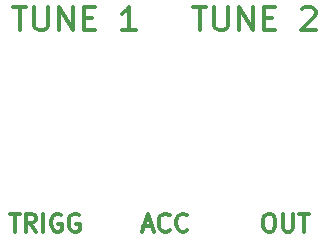
<source format=gbr>
G04 #@! TF.GenerationSoftware,KiCad,Pcbnew,(5.0.1)-4*
G04 #@! TF.CreationDate,2019-02-24T02:38:56+01:00*
G04 #@! TF.ProjectId,1U Rim Panel,31552052696D2050616E656C2E6B6963,rev?*
G04 #@! TF.SameCoordinates,Original*
G04 #@! TF.FileFunction,Legend,Top*
G04 #@! TF.FilePolarity,Positive*
%FSLAX46Y46*%
G04 Gerber Fmt 4.6, Leading zero omitted, Abs format (unit mm)*
G04 Created by KiCad (PCBNEW (5.0.1)-4) date 2/24/2019 2:38:56 AM*
%MOMM*%
%LPD*%
G01*
G04 APERTURE LIST*
%ADD10C,0.300000*%
%ADD11C,0.150000*%
G04 APERTURE END LIST*
D10*
X50591600Y-57822171D02*
X50877314Y-57822171D01*
X51020171Y-57893600D01*
X51163028Y-58036457D01*
X51234457Y-58322171D01*
X51234457Y-58822171D01*
X51163028Y-59107885D01*
X51020171Y-59250742D01*
X50877314Y-59322171D01*
X50591600Y-59322171D01*
X50448742Y-59250742D01*
X50305885Y-59107885D01*
X50234457Y-58822171D01*
X50234457Y-58322171D01*
X50305885Y-58036457D01*
X50448742Y-57893600D01*
X50591600Y-57822171D01*
X51877314Y-57822171D02*
X51877314Y-59036457D01*
X51948742Y-59179314D01*
X52020171Y-59250742D01*
X52163028Y-59322171D01*
X52448742Y-59322171D01*
X52591600Y-59250742D01*
X52663028Y-59179314D01*
X52734457Y-59036457D01*
X52734457Y-57822171D01*
X53234457Y-57822171D02*
X54091600Y-57822171D01*
X53663028Y-59322171D02*
X53663028Y-57822171D01*
X40074457Y-58893600D02*
X40788742Y-58893600D01*
X39931600Y-59322171D02*
X40431600Y-57822171D01*
X40931600Y-59322171D01*
X42288742Y-59179314D02*
X42217314Y-59250742D01*
X42003028Y-59322171D01*
X41860171Y-59322171D01*
X41645885Y-59250742D01*
X41503028Y-59107885D01*
X41431600Y-58965028D01*
X41360171Y-58679314D01*
X41360171Y-58465028D01*
X41431600Y-58179314D01*
X41503028Y-58036457D01*
X41645885Y-57893600D01*
X41860171Y-57822171D01*
X42003028Y-57822171D01*
X42217314Y-57893600D01*
X42288742Y-57965028D01*
X43788742Y-59179314D02*
X43717314Y-59250742D01*
X43503028Y-59322171D01*
X43360171Y-59322171D01*
X43145885Y-59250742D01*
X43003028Y-59107885D01*
X42931600Y-58965028D01*
X42860171Y-58679314D01*
X42860171Y-58465028D01*
X42931600Y-58179314D01*
X43003028Y-58036457D01*
X43145885Y-57893600D01*
X43360171Y-57822171D01*
X43503028Y-57822171D01*
X43717314Y-57893600D01*
X43788742Y-57965028D01*
X28735885Y-57822171D02*
X29593028Y-57822171D01*
X29164457Y-59322171D02*
X29164457Y-57822171D01*
X30950171Y-59322171D02*
X30450171Y-58607885D01*
X30093028Y-59322171D02*
X30093028Y-57822171D01*
X30664457Y-57822171D01*
X30807314Y-57893600D01*
X30878742Y-57965028D01*
X30950171Y-58107885D01*
X30950171Y-58322171D01*
X30878742Y-58465028D01*
X30807314Y-58536457D01*
X30664457Y-58607885D01*
X30093028Y-58607885D01*
X31593028Y-59322171D02*
X31593028Y-57822171D01*
X33093028Y-57893600D02*
X32950171Y-57822171D01*
X32735885Y-57822171D01*
X32521600Y-57893600D01*
X32378742Y-58036457D01*
X32307314Y-58179314D01*
X32235885Y-58465028D01*
X32235885Y-58679314D01*
X32307314Y-58965028D01*
X32378742Y-59107885D01*
X32521600Y-59250742D01*
X32735885Y-59322171D01*
X32878742Y-59322171D01*
X33093028Y-59250742D01*
X33164457Y-59179314D01*
X33164457Y-58679314D01*
X32878742Y-58679314D01*
X34593028Y-57893600D02*
X34450171Y-57822171D01*
X34235885Y-57822171D01*
X34021600Y-57893600D01*
X33878742Y-58036457D01*
X33807314Y-58179314D01*
X33735885Y-58465028D01*
X33735885Y-58679314D01*
X33807314Y-58965028D01*
X33878742Y-59107885D01*
X34021600Y-59250742D01*
X34235885Y-59322171D01*
X34378742Y-59322171D01*
X34593028Y-59250742D01*
X34664457Y-59179314D01*
X34664457Y-58679314D01*
X34378742Y-58679314D01*
X44265885Y-40302361D02*
X45408742Y-40302361D01*
X44837314Y-42302361D02*
X44837314Y-40302361D01*
X46075409Y-40302361D02*
X46075409Y-41921409D01*
X46170647Y-42111885D01*
X46265885Y-42207123D01*
X46456361Y-42302361D01*
X46837314Y-42302361D01*
X47027790Y-42207123D01*
X47123028Y-42111885D01*
X47218266Y-41921409D01*
X47218266Y-40302361D01*
X48170647Y-42302361D02*
X48170647Y-40302361D01*
X49313504Y-42302361D01*
X49313504Y-40302361D01*
X50265885Y-41254742D02*
X50932552Y-41254742D01*
X51218266Y-42302361D02*
X50265885Y-42302361D01*
X50265885Y-40302361D01*
X51218266Y-40302361D01*
X53503980Y-40492838D02*
X53599219Y-40397600D01*
X53789695Y-40302361D01*
X54265885Y-40302361D01*
X54456361Y-40397600D01*
X54551600Y-40492838D01*
X54646838Y-40683314D01*
X54646838Y-40873790D01*
X54551600Y-41159504D01*
X53408742Y-42302361D01*
X54646838Y-42302361D01*
X29025885Y-40302361D02*
X30168742Y-40302361D01*
X29597314Y-42302361D02*
X29597314Y-40302361D01*
X30835409Y-40302361D02*
X30835409Y-41921409D01*
X30930647Y-42111885D01*
X31025885Y-42207123D01*
X31216361Y-42302361D01*
X31597314Y-42302361D01*
X31787790Y-42207123D01*
X31883028Y-42111885D01*
X31978266Y-41921409D01*
X31978266Y-40302361D01*
X32930647Y-42302361D02*
X32930647Y-40302361D01*
X34073504Y-42302361D01*
X34073504Y-40302361D01*
X35025885Y-41254742D02*
X35692552Y-41254742D01*
X35978266Y-42302361D02*
X35025885Y-42302361D01*
X35025885Y-40302361D01*
X35978266Y-40302361D01*
X39406838Y-42302361D02*
X38263980Y-42302361D01*
X38835409Y-42302361D02*
X38835409Y-40302361D01*
X38644933Y-40588076D01*
X38454457Y-40778552D01*
X38263980Y-40873790D01*
G04 #@! TO.C,*
D11*
G04 #@! TD*
M02*

</source>
